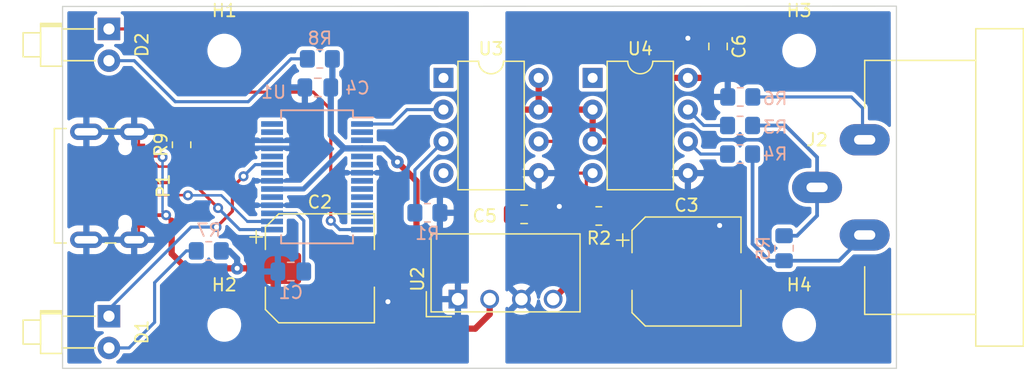
<source format=kicad_pcb>
(kicad_pcb (version 20241229) (generator "pcbnew") (generator_version "9.0")
  (layers (0 "F.Cu" signal) (2 "B.Cu" signal) (13 "F.Paste" user) (15 "B.Paste" user) (5 "F.SilkS" user "F.Silkscreen") (7 "B.SilkS" user "B.Silkscreen") (1 "F.Mask" user) (3 "B.Mask" user) (25 "Edge.Cuts" user))
  (net 0 "")
  (net 1 "GND")
  (net 2 "Net-(U1-3V3OUT)")
  (net 3 "VCC")
  (net 4 "VDD")
  (net 5 "GND2")
  (net 6 "Net-(D1-K)")
  (net 7 "Net-(D1-A)")
  (net 8 "Net-(D2-K)")
  (net 9 "Net-(D2-A)")
  (net 10 "Net-(P1-D-)")
  (net 11 "Net-(P1-CC)")
  (net 12 "Net-(P1-D+)")
  (net 13 "Net-(J2-Pad1)")
  (net 14 "Net-(J2-Pad2)")
  (net 15 "Net-(J2-Pad3)")
  (net 16 "Net-(U3-C)")
  (net 17 "Net-(U3-VO)")
  (net 18 "Net-(U4-B)")
  (net 19 "Net-(U4-A)")
  (net 20 "Net-(U1-TXD)")
  (footprint "Resistor_SMD:R_0805_2012Metric_Pad1.20x1.40mm_HandSolder" (layer "F.Cu") (at 100.584 81.804 90)
    (property "Reference" "R9" (at 0 -1.65 90) (layer "F.SilkS"))
    (property "Value" "5.1k")
    (fp_line (start -0.227064 -0.735) (end 0.227064 -0.735) (stroke (width 0.12)) (layer "F.SilkS"))
    (fp_line (start -0.227064 0.735) (end 0.227064 0.735) (stroke (width 0.12)) (layer "F.SilkS"))
    (pad "1" smd roundrect (at -1 0 90) (size 1.2 1.4) (layers "F.Cu" "F.Mask" "F.Paste") (roundrect_rratio 0.208333) (net 11 "Net-(P1-CC)"))
    (pad "2" smd roundrect (at 1 0 90) (size 1.2 1.4) (layers "F.Cu" "F.Mask" "F.Paste") (roundrect_rratio 0.208333) (net 1 "GND"))
  )
  (footprint "Converter_DCDC:Converter_DCDC_TRACO_TEA1-xxxx_THT" (layer "F.Cu") (at 122.6975 94.1595 90)
    (property "Reference" "U2" (at 1.6 -3.23 90) (layer "F.SilkS"))
    (property "Value" "TEA1-0505")
    (fp_line (start -1.4 -2.53) (end 0.6 -2.53) (stroke (width 0.12)) (layer "F.SilkS"))
    (fp_line (start 5.22 -2.15) (end 5.22 9.77) (stroke (width 0.12)) (layer "F.SilkS"))
    (fp_line (start -1.02 -2.15) (end 5.22 -2.15) (stroke (width 0.12)) (layer "F.SilkS"))
    (fp_line (start -1.02 -2.15) (end -1.02 9.77) (stroke (width 0.12)) (layer "F.SilkS"))
    (fp_line (start -1.4 -0.53) (end -1.4 -2.53) (stroke (width 0.12)) (layer "F.SilkS"))
    (fp_line (start -1.02 9.77) (end 5.22 9.77) (stroke (width 0.12)) (layer "F.SilkS"))
    (pad "1" thru_hole rect (at 0 0 90) (size 1.5 1.5) (drill 1) (layers "*.Cu" "*.Mask") (net 1 "GND"))
    (pad "2" thru_hole circle (at 0 2.54 90) (size 1.5 1.5) (drill 1) (layers "*.Cu" "*.Mask") (net 3 "VCC"))
    (pad "3" thru_hole circle (at 0 5.08 90) (size 1.5 1.5) (drill 1) (layers "*.Cu" "*.Mask") (net 5 "GND2"))
    (pad "4" thru_hole circle (at 0 7.62 90) (size 1.5 1.5) (drill 1) (layers "*.Cu" "*.Mask") (net 4 "VDD"))
  )
  (footprint "Capacitor_SMD:CP_Elec_8x10.5" (layer "F.Cu") (at 111.65 91.694)
    (property "Reference" "C2" (at 0 -5.3 0) (layer "F.SilkS"))
    (property "Value" "100uF")
    (fp_line (start -5.6 -2.51) (end -4.6 -2.51) (stroke (width 0.12)) (layer "F.SilkS"))
    (fp_line (start -5.1 -3.01) (end -5.1 -2.01) (stroke (width 0.12)) (layer "F.SilkS"))
    (fp_line (start -4.36 -3.295563) (end -4.36 -1.51) (stroke (width 0.12)) (layer "F.SilkS"))
    (fp_line (start -4.36 -3.295563) (end -3.295563 -4.36) (stroke (width 0.12)) (layer "F.SilkS"))
    (fp_line (start -4.36 3.295563) (end -4.36 1.51) (stroke (width 0.12)) (layer "F.SilkS"))
    (fp_line (start -4.36 3.295563) (end -3.295563 4.36) (stroke (width 0.12)) (layer "F.SilkS"))
    (fp_line (start -3.295563 -4.36) (end 4.36 -4.36) (stroke (width 0.12)) (layer "F.SilkS"))
    (fp_line (start -3.295563 4.36) (end 4.36 4.36) (stroke (width 0.12)) (layer "F.SilkS"))
    (fp_line (start 4.36 -4.36) (end 4.36 -1.51) (stroke (width 0.12)) (layer "F.SilkS"))
    (fp_line (start 4.36 4.36) (end 4.36 1.51) (stroke (width 0.12)) (layer "F.SilkS"))
    (pad "1" smd roundrect (at -3.7 0) (size 4.4 2.5) (layers "F.Cu" "F.Mask" "F.Paste") (roundrect_rratio 0.1) (net 3 "VCC"))
    (pad "2" smd roundrect (at 3.7 0) (size 4.4 2.5) (layers "F.Cu" "F.Mask" "F.Paste") (roundrect_rratio 0.1) (net 1 "GND"))
  )
  (footprint "Resistor_SMD:R_0805_2012Metric_Pad1.20x1.40mm_HandSolder" (layer "F.Cu") (at 133.969 87.503 180)
    (property "Reference" "R2" (at -0.016 -1.778 0) (layer "F.SilkS"))
    (property "Value" "10K")
    (fp_line (start -0.227064 0.735) (end 0.227064 0.735) (stroke (width 0.12)) (layer "F.SilkS"))
    (fp_line (start -0.227064 -0.735) (end 0.227064 -0.735) (stroke (width 0.12)) (layer "F.SilkS"))
    (pad "1" smd roundrect (at -1 0 180) (size 1.2 1.4) (layers "F.Cu" "F.Mask" "F.Paste") (roundrect_rratio 0.2083333333) (net 4 "VDD"))
    (pad "2" smd roundrect (at 1 0 180) (size 1.2 1.4) (layers "F.Cu" "F.Mask" "F.Paste") (roundrect_rratio 0.2083333333) (net 17 "Net-(U3-VO)"))
  )
  (footprint "LED_THT:LED_D1.8mm_W1.8mm_H2.4mm_Horizontal_O3.81mm_Z1.6mm" (layer "F.Cu") (at 94.771 72.537 -90)
    (property "Reference" "D2" (at 1.27 -2.638 270) (layer "F.SilkS"))
    (property "Value" "LED")
    (fp_line (start 0.31 6.87) (end 2.23 6.87) (stroke (width 0.12)) (layer "F.SilkS"))
    (fp_line (start 2.23 6.87) (end 2.23 5.47) (stroke (width 0.12)) (layer "F.SilkS"))
    (fp_line (start -0.44 5.47) (end 2.98 5.47) (stroke (width 0.12)) (layer "F.SilkS"))
    (fp_line (start 0.31 5.47) (end 0.31 6.87) (stroke (width 0.12)) (layer "F.SilkS"))
    (fp_line (start 2.23 5.47) (end 0.31 5.47) (stroke (width 0.12)) (layer "F.SilkS"))
    (fp_line (start 2.98 5.47) (end 2.98 3.75) (stroke (width 0.12)) (layer "F.SilkS"))
    (fp_line (start -0.44 3.75) (end -0.44 5.47) (stroke (width 0.12)) (layer "F.SilkS"))
    (fp_line (start -0.32 3.75) (end -0.32 5.47) (stroke (width 0.12)) (layer "F.SilkS"))
    (fp_line (start -0.2 3.75) (end -0.2 5.47) (stroke (width 0.12)) (layer "F.SilkS"))
    (fp_line (start 0 3.75) (end 0 3.75) (stroke (width 0.12)) (layer "F.SilkS"))
    (fp_line (start 0 3.75) (end 0 1.08) (stroke (width 0.12)) (layer "F.SilkS"))
    (fp_line (start 2.54 3.75) (end 2.54 3.75) (stroke (width 0.12)) (layer "F.SilkS"))
    (fp_line (start 2.54 3.75) (end 2.54 1.08) (stroke (width 0.12)) (layer "F.SilkS"))
    (fp_line (start 2.98 3.75) (end -0.44 3.75) (stroke (width 0.12)) (layer "F.SilkS"))
    (fp_line (start 0 1.08) (end 0 3.75) (stroke (width 0.12)) (layer "F.SilkS"))
    (fp_line (start 0 1.08) (end 0 1.08) (stroke (width 0.12)) (layer "F.SilkS"))
    (fp_line (start 2.54 1.08) (end 2.54 3.75) (stroke (width 0.12)) (layer "F.SilkS"))
    (fp_line (start 2.54 1.08) (end 2.54 1.08) (stroke (width 0.12)) (layer "F.SilkS"))
    (pad "1" thru_hole rect (at 0 0 270) (size 1.8 1.8) (drill 0.9) (layers "*.Cu" "*.Mask") (net 8 "Net-(D2-K)"))
    (pad "2" thru_hole circle (at 2.54 0 270) (size 1.8 1.8) (drill 0.9) (layers "*.Cu" "*.Mask") (net 9 "Net-(D2-A)"))
  )
  (footprint "MountingHole:MountingHole_2.2mm_M2" (layer "F.Cu") (at 104 96.2152)
    (property "Reference" "H2" (at 0 -3.2 0) (layer "F.SilkS"))
    (property "Value" "MountingHole_Pad")
    (pad "" np_thru_hole circle (at 0 0) (size 2.2 2.2) (drill 2.2) (layers "*.Cu" "*.Mask"))
  )
  (footprint "MountingHole:MountingHole_2.2mm_M2" (layer "F.Cu") (at 150 74.2696)
    (property "Reference" "H3" (at 0 -3.2 0) (layer "F.SilkS"))
    (property "Value" "MountingHole_Pad")
    (pad "" np_thru_hole circle (at 0 0) (size 2.2 2.2) (drill 2.2) (layers "*.Cu" "*.Mask"))
  )
  (footprint "MountingHole:MountingHole_2.2mm_M2" (layer "F.Cu") (at 104 74.2696)
    (property "Reference" "H1" (at 0 -3.2 0) (layer "F.SilkS"))
    (property "Value" "MountingHole_Pad")
    (pad "" np_thru_hole circle (at 0 0) (size 2.2 2.2) (drill 2.2) (layers "*.Cu" "*.Mask"))
  )
  (footprint "MountingHole:MountingHole_2.2mm_M2" (layer "F.Cu") (at 150 96.2152)
    (property "Reference" "H4" (at 0 -3.2 0) (layer "F.SilkS"))
    (property "Value" "MountingHole_Pad")
    (pad "" np_thru_hole circle (at 0 0) (size 2.2 2.2) (drill 2.2) (layers "*.Cu" "*.Mask"))
  )
  (footprint "Package_DIP:DIP-8_W7.62mm" (layer "F.Cu") (at 121.539 76.454)
    (property "Reference" "U3" (at 3.81 -2.33 0) (layer "F.SilkS"))
    (property "Value" "6N137")
    (fp_line (start 1.16 -1.33) (end 1.16 8.95) (stroke (width 0.12)) (layer "F.SilkS"))
    (fp_line (start 1.16 8.95) (end 6.46 8.95) (stroke (width 0.12)) (layer "F.SilkS"))
    (fp_line (start 2.81 -1.33) (end 1.16 -1.33) (stroke (width 0.12)) (layer "F.SilkS"))
    (fp_line (start 6.46 -1.33) (end 4.81 -1.33) (stroke (width 0.12)) (layer "F.SilkS"))
    (fp_line (start 6.46 8.95) (end 6.46 -1.33) (stroke (width 0.12)) (layer "F.SilkS"))
    (fp_arc (start 4.81 -1.33) (mid 3.81 -0.33) (end 2.81 -1.33) (stroke (width 0.12)) (layer "F.SilkS"))
    (pad "1" thru_hole rect (at 0 0) (size 1.6 1.6) (drill 0.8) (layers "*.Cu" "*.Mask"))
    (pad "2" thru_hole oval (at 0 2.54) (size 1.6 1.6) (drill 0.8) (layers "*.Cu" "*.Mask") (net 20 "Net-(U1-TXD)"))
    (pad "3" thru_hole oval (at 0 5.08) (size 1.6 1.6) (drill 0.8) (layers "*.Cu" "*.Mask") (net 16 "Net-(U3-C)"))
    (pad "4" thru_hole oval (at 0 7.62) (size 1.6 1.6) (drill 0.8) (layers "*.Cu" "*.Mask"))
    (pad "5" thru_hole oval (at 7.62 7.62) (size 1.6 1.6) (drill 0.8) (layers "*.Cu" "*.Mask") (net 5 "GND2"))
    (pad "6" thru_hole oval (at 7.62 5.08) (size 1.6 1.6) (drill 0.8) (layers "*.Cu" "*.Mask") (net 17 "Net-(U3-VO)"))
    (pad "7" thru_hole oval (at 7.62 2.54) (size 1.6 1.6) (drill 0.8) (layers "*.Cu" "*.Mask") (net 4 "VDD"))
    (pad "8" thru_hole oval (at 7.62 0) (size 1.6 1.6) (drill 0.8) (layers "*.Cu" "*.Mask") (net 4 "VDD"))
  )
  (footprint "Capacitor_SMD:C_0805_2012Metric_Pad1.18x1.45mm_HandSolder" (layer "F.Cu") (at 127.9945 87.376 180)
    (property "Reference" "C5" (at 3.1535 -0.127 0) (layer "F.SilkS"))
    (property "Value" "10nF")
    (fp_line (start -0.261252 0.735) (end 0.261252 0.735) (stroke (width 0.12)) (layer "F.SilkS"))
    (fp_line (start -0.261252 -0.735) (end 0.261252 -0.735) (stroke (width 0.12)) (layer "F.SilkS"))
    (pad "1" smd roundrect (at -1.0375 0 180) (size 1.175 1.45) (layers "F.Cu" "F.Mask" "F.Paste") (roundrect_rratio 0.2127659574) (net 5 "GND2"))
    (pad "2" smd roundrect (at 1.0375 0 180) (size 1.175 1.45) (layers "F.Cu" "F.Mask" "F.Paste") (roundrect_rratio 0.2127659574) (net 4 "VDD"))
  )
  (footprint "LED_THT:LED_D1.8mm_W1.8mm_H2.4mm_Horizontal_O3.81mm_Z1.6mm" (layer "F.Cu") (at 94.771 95.524 -90)
    (property "Reference" "D1" (at 1.27 -2.638 270) (layer "F.SilkS"))
    (property "Value" "LED")
    (fp_line (start 0.31 6.87) (end 2.23 6.87) (stroke (width 0.12)) (layer "F.SilkS"))
    (fp_line (start 2.23 6.87) (end 2.23 5.47) (stroke (width 0.12)) (layer "F.SilkS"))
    (fp_line (start -0.44 5.47) (end 2.98 5.47) (stroke (width 0.12)) (layer "F.SilkS"))
    (fp_line (start 0.31 5.47) (end 0.31 6.87) (stroke (width 0.12)) (layer "F.SilkS"))
    (fp_line (start 2.23 5.47) (end 0.31 5.47) (stroke (width 0.12)) (layer "F.SilkS"))
    (fp_line (start 2.98 5.47) (end 2.98 3.75) (stroke (width 0.12)) (layer "F.SilkS"))
    (fp_line (start -0.44 3.75) (end -0.44 5.47) (stroke (width 0.12)) (layer "F.SilkS"))
    (fp_line (start -0.32 3.75) (end -0.32 5.47) (stroke (width 0.12)) (layer "F.SilkS"))
    (fp_line (start -0.2 3.75) (end -0.2 5.47) (stroke (width 0.12)) (layer "F.SilkS"))
    (fp_line (start 0 3.75) (end 0 3.75) (stroke (width 0.12)) (layer "F.SilkS"))
    (fp_line (start 0 3.75) (end 0 1.08) (stroke (width 0.12)) (layer "F.SilkS"))
    (fp_line (start 2.54 3.75) (end 2.54 3.75) (stroke (width 0.12)) (layer "F.SilkS"))
    (fp_line (start 2.54 3.75) (end 2.54 1.08) (stroke (width 0.12)) (layer "F.SilkS"))
    (fp_line (start 2.98 3.75) (end -0.44 3.75) (stroke (width 0.12)) (layer "F.SilkS"))
    (fp_line (start 0 1.08) (end 0 3.75) (stroke (width 0.12)) (layer "F.SilkS"))
    (fp_line (start 0 1.08) (end 0 1.08) (stroke (width 0.12)) (layer "F.SilkS"))
    (fp_line (start 2.54 1.08) (end 2.54 3.75) (stroke (width 0.12)) (layer "F.SilkS"))
    (fp_line (start 2.54 1.08) (end 2.54 1.08) (stroke (width 0.12)) (layer "F.SilkS"))
    (pad "1" thru_hole rect (at 0 0 270) (size 1.8 1.8) (drill 0.9) (layers "*.Cu" "*.Mask") (net 6 "Net-(D1-K)"))
    (pad "2" thru_hole circle (at 2.54 0 270) (size 1.8 1.8) (drill 0.9) (layers "*.Cu" "*.Mask") (net 7 "Net-(D1-A)"))
  )
  (footprint "Capacitor_SMD:C_0805_2012Metric_Pad1.18x1.45mm_HandSolder" (layer "F.Cu") (at 143.51 73.9355 -90)
    (property "Reference" "C6" (at 0 -1.68 90) (layer "F.SilkS"))
    (property "Value" "10nF")
    (fp_line (start -0.261252 0.735) (end 0.261252 0.735) (stroke (width 0.12)) (layer "F.SilkS"))
    (fp_line (start -0.261252 -0.735) (end 0.261252 -0.735) (stroke (width 0.12)) (layer "F.SilkS"))
    (pad "1" smd roundrect (at -1.0375 0 270) (size 1.175 1.45) (layers "F.Cu" "F.Mask" "F.Paste") (roundrect_rratio 0.2127659574) (net 5 "GND2"))
    (pad "2" smd roundrect (at 1.0375 0 270) (size 1.175 1.45) (layers "F.Cu" "F.Mask" "F.Paste") (roundrect_rratio 0.2127659574) (net 4 "VDD"))
  )
  (footprint "Connector_USB:USB_C_Receptacle_JAE_DX07S016JA1R1500" (layer "F.Cu") (at 94.114 85.088 -90)
    (property "Reference" "P1" (at 0 -5 90) (layer "F.SilkS"))
    (property "Value" "USB_C_Plug_USB2.0")
    (fp_line (start -4.58 3.71) (end 4.58 3.71) (stroke (width 0.12)) (layer "F.SilkS"))
    (fp_line (start -4.58 2.76) (end -4.58 3.71) (stroke (width 0.12)) (layer "F.SilkS"))
    (fp_line (start 4.58 2.76) (end 4.58 3.71) (stroke (width 0.12)) (layer "F.SilkS"))
    (fp_line (start -4.58 -1.215) (end -4.58 -0.36) (stroke (width 0.12)) (layer "F.SilkS"))
    (fp_line (start 4.58 -1.215) (end 4.58 -0.36) (stroke (width 0.12)) (layer "F.SilkS"))
    (pad "" np_thru_hole circle (at -3 -1.95 270) (size 0.6 0.6) (drill 0.6) (layers "*.Cu" "*.Mask"))
    (pad "" smd rect (at -1.4 1.15 270) (size 1 2) (layers "F.Cu" "F.Mask" "F.Paste"))
    (pad "" smd rect (at 1.4 1.15 270) (size 1 2) (layers "F.Cu" "F.Mask" "F.Paste"))
    (pad "" np_thru_hole oval (at 3 -1.95 270) (size 0.85 0.6) (drill oval 0.85 0.6) (layers "*.Cu" "*.Mask"))
    (pad "A1" smd rect (at -3.1 -3.05 270) (size 0.52 1) (layers "F.Cu" "F.Mask" "F.Paste") (net 1 "GND"))
    (pad "A4" smd rect (at -2.35 -3.05 270) (size 0.52 1) (layers "F.Cu" "F.Mask" "F.Paste") (net 3 "VCC"))
    (pad "A5" smd rect (at -1.75 -3.05 270) (size 0.27 1) (layers "F.Cu" "F.Mask" "F.Paste") (net 11 "Net-(P1-CC)"))
    (pad "A6" smd rect (at -0.25 -3.05 270) (size 0.27 1) (layers "F.Cu" "F.Mask" "F.Paste") (net 12 "Net-(P1-D+)"))
    (pad "A7" smd rect (at 0.75 -3.05 270) (size 0.27 1) (layers "F.Cu" "F.Mask" "F.Paste") (net 10 "Net-(P1-D-)"))
    (pad "A8" smd rect (at 1.75 -3.05 270) (size 0.27 1) (layers "F.Cu" "F.Mask" "F.Paste"))
    (pad "A9" smd rect (at 2.35 -3.05 270) (size 0.52 1) (layers "F.Cu" "F.Mask" "F.Paste") (net 3 "VCC"))
    (pad "A12" smd rect (at 3.1 -3.05 270) (size 0.52 1) (layers "F.Cu" "F.Mask" "F.Paste") (net 1 "GND"))
    (pad "B1" smd rect (at 3.1 -3.05 270) (size 0.52 1) (layers "F.Cu" "F.Mask" "F.Paste") (net 1 "GND"))
    (pad "B4" smd rect (at 2.35 -3.05 270) (size 0.52 1) (layers "F.Cu" "F.Mask" "F.Paste") (net 3 "VCC"))
    (pad "B5" smd rect (at 1.25 -3.05 270) (size 0.27 1) (layers "F.Cu" "F.Mask" "F.Paste"))
    (pad "B6" smd rect (at 0.25 -3.05 270) (size 0.27 1) (layers "F.Cu" "F.Mask" "F.Paste"))
    (pad "B7" smd rect (at -0.75 -3.05 270) (size 0.27 1) (layers "F.Cu" "F.Mask" "F.Paste"))
    (pad "B8" smd rect (at -1.25 -3.05 270) (size 0.27 1) (layers "F.Cu" "F.Mask" "F.Paste"))
    (pad "B9" smd rect (at -2.35 -3.05 270) (size 0.52 1) (layers "F.Cu" "F.Mask" "F.Paste") (net 3 "VCC"))
    (pad "B12" smd rect (at -3.1 -3.05 270) (size 0.52 1) (layers "F.Cu" "F.Mask" "F.Paste") (net 1 "GND"))
    (pad "S1" thru_hole oval (at -4.32 -2.675 270) (size 1.3 2.3) (drill oval 0.6 1.6) (property pad_prop_heatsink) (layers "*.Cu" "*.Mask") (net 1 "GND"))
    (pad "S1" thru_hole oval (at -4.32 1.15 270) (size 1.3 2.6) (drill oval 0.6 1.9) (property pad_prop_heatsink) (layers "*.Cu" "*.Mask") (net 1 "GND"))
    (pad "S1" thru_hole oval (at 4.32 -2.675 270) (size 1.3 2.3) (drill oval 0.6 1.6) (property pad_prop_heatsink) (layers "*.Cu" "*.Mask") (net 1 "GND"))
    (pad "S1" thru_hole oval (at 4.32 1.15 270) (size 1.3 2.6) (drill oval 0.6 1.9) (property pad_prop_heatsink) (layers "*.Cu" "*.Mask") (net 1 "GND"))
  )
  (footprint "Package_DIP:DIP-8_W7.62mm" (layer "F.Cu") (at 133.477 76.454)
    (property "Reference" "U4" (at 3.81 -2.33 0) (layer "F.SilkS"))
    (property "Value" "MAX485E")
    (fp_line (start 1.16 -1.33) (end 1.16 8.95) (stroke (width 0.12)) (layer "F.SilkS"))
    (fp_line (start 1.16 8.95) (end 6.46 8.95) (stroke (width 0.12)) (layer "F.SilkS"))
    (fp_line (start 2.81 -1.33) (end 1.16 -1.33) (stroke (width 0.12)) (layer "F.SilkS"))
    (fp_line (start 6.46 -1.33) (end 4.81 -1.33) (stroke (width 0.12)) (layer "F.SilkS"))
    (fp_line (start 6.46 8.95) (end 6.46 -1.33) (stroke (width 0.12)) (layer "F.SilkS"))
    (fp_arc (start 4.81 -1.33) (mid 3.81 -0.33) (end 2.81 -1.33) (stroke (width 0.12)) (layer "F.SilkS"))
    (pad "1" thru_hole rect (at 0 0) (size 1.6 1.6) (drill 0.8) (layers "*.Cu" "*.Mask"))
    (pad "2" thru_hole oval (at 0 2.54) (size 1.6 1.6) (drill 0.8) (layers "*.Cu" "*.Mask") (net 4 "VDD"))
    (pad "3" thru_hole oval (at 0 5.08) (size 1.6 1.6) (drill 0.8) (layers "*.Cu" "*.Mask") (net 4 "VDD"))
    (pad "4" thru_hole oval (at 0 7.62) (size 1.6 1.6) (drill 0.8) (layers "*.Cu" "*.Mask") (net 17 "Net-(U3-VO)"))
    (pad "5" thru_hole oval (at 7.62 7.62) (size 1.6 1.6) (drill 0.8) (layers "*.Cu" "*.Mask") (net 5 "GND2"))
    (pad "6" thru_hole oval (at 7.62 5.08) (size 1.6 1.6) (drill 0.8) (layers "*.Cu" "*.Mask") (net 19 "Net-(U4-A)"))
    (pad "7" thru_hole oval (at 7.62 2.54) (size 1.6 1.6) (drill 0.8) (layers "*.Cu" "*.Mask") (net 18 "Net-(U4-B)"))
    (pad "8" thru_hole oval (at 7.62 0) (size 1.6 1.6) (drill 0.8) (layers "*.Cu" "*.Mask") (net 4 "VDD"))
  )
  (footprint "Uncleeugene:XLR 3pin Female Angle" (layer "F.Cu") (at 151.4348 85.217)
    (property "Reference" "J2" (at 0 -3.81 0) (layer "F.SilkS"))
    (property "Value" "NC3MAFH-PH")
    (fp_line (start 3.81 -10.16) (end 3.81 -6.35) (stroke (width 0.12)) (layer "F.SilkS"))
    (fp_line (start 3.81 10.16) (end 3.81 6.35) (stroke (width 0.12)) (layer "F.SilkS"))
    (fp_line (start 12.7 -12.7) (end 16.51 -12.7) (stroke (width 0.12)) (layer "F.SilkS"))
    (fp_line (start 12.7 -10.16) (end 3.81 -10.16) (stroke (width 0.12)) (layer "F.SilkS"))
    (fp_line (start 12.7 10.16) (end 3.81 10.16) (stroke (width 0.12)) (layer "F.SilkS"))
    (fp_line (start 12.7 12.7) (end 12.7 -12.7) (stroke (width 0.12)) (layer "F.SilkS"))
    (fp_line (start 16.51 -12.7) (end 16.51 12.7) (stroke (width 0.12)) (layer "F.SilkS"))
    (fp_line (start 16.51 12.7) (end 12.7 12.7) (stroke (width 0.12)) (layer "F.SilkS"))
    (pad "1" thru_hole oval (at 3.81 -3.81) (size 4 2.5) (drill oval 1.7 0.762) (layers "*.Cu" "*.Mask") (net 13 "Net-(J2-Pad1)"))
    (pad "2" thru_hole oval (at 3.81 3.81) (size 4 2.5) (drill oval 1.7 0.762) (layers "*.Cu" "*.Mask") (net 14 "Net-(J2-Pad2)"))
    (pad "3" thru_hole oval (at 0 0) (size 4 2.5) (drill oval 1.7 0.762) (layers "*.Cu" "*.Mask") (net 15 "Net-(J2-Pad3)"))
  )
  (footprint "Capacitor_SMD:CP_Elec_8x10.5" (layer "F.Cu") (at 140.987 91.948)
    (property "Reference" "C3" (at 0 -5.3 0) (layer "F.SilkS"))
    (property "Value" "100uF")
    (fp_line (start -5.6 -2.51) (end -4.6 -2.51) (stroke (width 0.12)) (layer "F.SilkS"))
    (fp_line (start -5.1 -3.01) (end -5.1 -2.01) (stroke (width 0.12)) (layer "F.SilkS"))
    (fp_line (start -4.36 -3.295563) (end -4.36 -1.51) (stroke (width 0.12)) (layer "F.SilkS"))
    (fp_line (start -4.36 -3.295563) (end -3.295563 -4.36) (stroke (width 0.12)) (layer "F.SilkS"))
    (fp_line (start -4.36 3.295563) (end -4.36 1.51) (stroke (width 0.12)) (layer "F.SilkS"))
    (fp_line (start -4.36 3.295563) (end -3.295563 4.36) (stroke (width 0.12)) (layer "F.SilkS"))
    (fp_line (start -3.295563 -4.36) (end 4.36 -4.36) (stroke (width 0.12)) (layer "F.SilkS"))
    (fp_line (start -3.295563 4.36) (end 4.36 4.36) (stroke (width 0.12)) (layer "F.SilkS"))
    (fp_line (start 4.36 -4.36) (end 4.36 -1.51) (stroke (width 0.12)) (layer "F.SilkS"))
    (fp_line (start 4.36 4.36) (end 4.36 1.51) (stroke (width 0.12)) (layer "F.SilkS"))
    (pad "1" smd roundrect (at -3.7 0) (size 4.4 2.5) (layers "F.Cu" "F.Mask" "F.Paste") (roundrect_rratio 0.1) (net 4 "VDD"))
    (pad "2" smd roundrect (at 3.7 0) (size 4.4 2.5) (layers "F.Cu" "F.Mask" "F.Paste") (roundrect_rratio 0.1) (net 5 "GND2"))
  )
  (footprint "Package_SO:SSOP-28_5.3x10.2mm_P0.65mm" (layer "B.Cu") (at 111.423 84.369 180)
    (property "Reference" "U1" (at 3.473 6.772 0) (layer "B.SilkS") (effects (justify mirror)))
    (property "Value" "FT232RL")
    (fp_line (start 2.875 5.325) (end 2.875 4.675) (stroke (width 0.15)) (layer "B.SilkS"))
    (fp_line (start 2.875 -5.325) (end 2.875 -4.675) (stroke (width 0.15)) (layer "B.SilkS"))
    (fp_line (start -2.875 5.325) (end 2.875 5.325) (stroke (width 0.15)) (layer "B.SilkS"))
    (fp_line (start -2.875 5.325) (end -2.875 4.75) (stroke (width 0.15)) (layer "B.SilkS"))
    (fp_line (start -2.875 4.75) (end -4.475 4.75) (stroke (width 0.15)) (layer "B.SilkS"))
    (fp_line (start -2.875 -5.325) (end 2.875 -5.325) (stroke (width 0.15)) (layer "B.SilkS"))
    (fp_line (start -2.875 -5.325) (end -2.875 -4.675) (stroke (width 0.15)) (layer "B.SilkS"))
    (pad "1" smd rect (at -3.6 4.225 180) (size 1.75 0.45) (layers "B.Cu" "B.Mask" "B.Paste") (net 20 "Net-(U1-TXD)"))
    (pad "2" smd rect (at -3.6 3.575 180) (size 1.75 0.45) (layers "B.Cu" "B.Mask" "B.Paste"))
    (pad "3" smd rect (at -3.6 2.925 180) (size 1.75 0.45) (layers "B.Cu" "B.Mask" "B.Paste"))
    (pad "4" smd rect (at -3.6 2.275 180) (size 1.75 0.45) (layers "B.Cu" "B.Mask" "B.Paste") (net 3 "VCC"))
    (pad "5" smd rect (at -3.6 1.625 180) (size 1.75 0.45) (layers "B.Cu" "B.Mask" "B.Paste"))
    (pad "6" smd rect (at -3.6 0.975 180) (size 1.75 0.45) (layers "B.Cu" "B.Mask" "B.Paste"))
    (pad "7" smd rect (at -3.6 0.325 180) (size 1.75 0.45) (layers "B.Cu" "B.Mask" "B.Paste") (net 1 "GND"))
    (pad "8" smd rect (at -3.6 -0.325 180) (size 1.75 0.45) (layers "B.Cu" "B.Mask" "B.Paste"))
    (pad "9" smd rect (at -3.6 -0.975 180) (size 1.75 0.45) (layers "B.Cu" "B.Mask" "B.Paste"))
    (pad "10" smd rect (at -3.6 -1.625 180) (size 1.75 0.45) (layers "B.Cu" "B.Mask" "B.Paste"))
    (pad "11" smd rect (at -3.6 -2.275 180) (size 1.75 0.45) (layers "B.Cu" "B.Mask" "B.Paste"))
    (pad "12" smd rect (at -3.6 -2.925 180) (size 1.75 0.45) (layers "B.Cu" "B.Mask" "B.Paste"))
    (pad "13" smd rect (at -3.6 -3.575 180) (size 1.75 0.45) (layers "B.Cu" "B.Mask" "B.Paste"))
    (pad "14" smd rect (at -3.6 -4.225 180) (size 1.75 0.45) (layers "B.Cu" "B.Mask" "B.Paste") (net 8 "Net-(D2-K)"))
    (pad "15" smd rect (at 3.6 -4.225 180) (size 1.75 0.45) (layers "B.Cu" "B.Mask" "B.Paste") (net 12 "Net-(P1-D+)"))
    (pad "16" smd rect (at 3.6 -3.575 180) (size 1.75 0.45) (layers "B.Cu" "B.Mask" "B.Paste") (net 10 "Net-(P1-D-)"))
    (pad "17" smd rect (at 3.6 -2.925 180) (size 1.75 0.45) (layers "B.Cu" "B.Mask" "B.Paste") (net 2 "Net-(U1-3V3OUT)"))
    (pad "18" smd rect (at 3.6 -2.275 180) (size 1.75 0.45) (layers "B.Cu" "B.Mask" "B.Paste") (net 1 "GND"))
    (pad "19" smd rect (at 3.6 -1.625 180) (size 1.75 0.45) (layers "B.Cu" "B.Mask" "B.Paste"))
    (pad "20" smd rect (at 3.6 -0.975 180) (size 1.75 0.45) (layers "B.Cu" "B.Mask" "B.Paste") (net 3 "VCC"))
    (pad "21" smd rect (at 3.6 -0.325 180) (size 1.75 0.45) (layers "B.Cu" "B.Mask" "B.Paste") (net 1 "GND"))
    (pad "22" smd rect (at 3.6 0.325 180) (size 1.75 0.45) (layers "B.Cu" "B.Mask" "B.Paste"))
    (pad "23" smd rect (at 3.6 0.975 180) (size 1.75 0.45) (layers "B.Cu" "B.Mask" "B.Paste") (net 6 "Net-(D1-K)"))
    (pad "24" smd rect (at 3.6 1.625 180) (size 1.75 0.45) (layers "B.Cu" "B.Mask" "B.Paste"))
    (pad "25" smd rect (at 3.6 2.275 180) (size 1.75 0.45) (layers "B.Cu" "B.Mask" "B.Paste") (net 1 "GND"))
    (pad "26" smd rect (at 3.6 2.925 180) (size 1.75 0.45) (layers "B.Cu" "B.Mask" "B.Paste") (net 1 "GND"))
    (pad "27" smd rect (at 3.6 3.575 180) (size 1.75 0.45) (layers "B.Cu" "B.Mask" "B.Paste"))
    (pad "28" smd rect (at 3.6 4.225 180) (size 1.75 0.45) (layers "B.Cu" "B.Mask" "B.Paste"))
  )
  (footprint "Capacitor_SMD:C_0805_2012Metric_Pad1.18x1.45mm_HandSolder" (layer "B.Cu") (at 109.3255 91.948)
    (property "Reference" "C1" (at 0 1.68 0) (layer "B.SilkS") (effects (justify mirror)))
    (property "Value" "100nF")
    (fp_line (start -0.261252 -0.735) (end 0.261252 -0.735) (stroke (width 0.12)) (layer "B.SilkS"))
    (fp_line (start -0.261252 0.735) (end 0.261252 0.735) (stroke (width 0.12)) (layer "B.SilkS"))
    (pad "1" smd roundrect (at -1.0375 0) (size 1.175 1.45) (layers "B.Cu" "B.Mask" "B.Paste") (roundrect_rratio 0.2127659574) (net 1 "GND"))
    (pad "2" smd roundrect (at 1.0375 0) (size 1.175 1.45) (layers "B.Cu" "B.Mask" "B.Paste") (roundrect_rratio 0.2127659574) (net 2 "Net-(U1-3V3OUT)"))
  )
  (footprint "Resistor_SMD:R_0805_2012Metric_Pad1.20x1.40mm_HandSolder" (layer "B.Cu") (at 120.253 87.249)
    (property "Reference" "R1" (at 0 1.65 0) (layer "B.SilkS") (effects (justify mirror)))
    (property "Value" "1K")
    (fp_line (start -0.227064 -0.735) (end 0.227064 -0.735) (stroke (width 0.12)) (layer "B.SilkS"))
    (fp_line (start -0.227064 0.735) (end 0.227064 0.735) (stroke (width 0.12)) (layer "B.SilkS"))
    (pad "1" smd roundrect (at -1 0) (size 1.2 1.4) (layers "B.Cu" "B.Mask" "B.Paste") (roundrect_rratio 0.2083333333) (net 16 "Net-(U3-C)"))
    (pad "2" smd roundrect (at 1 0) (size 1.2 1.4) (layers "B.Cu" "B.Mask" "B.Paste") (roundrect_rratio 0.2083333333) (net 1 "GND"))
  )
  (footprint "Resistor_SMD:R_0805_2012Metric_Pad1.20x1.40mm_HandSolder" (layer "B.Cu") (at 102.759 90.297 180)
    (property "Reference" "R7" (at 0 1.65 0) (layer "B.SilkS") (effects (justify mirror)))
    (property "Value" "220")
    (fp_line (start -0.227064 0.735) (end 0.227064 0.735) (stroke (width 0.12)) (layer "B.SilkS"))
    (fp_line (start -0.227064 -0.735) (end 0.227064 -0.735) (stroke (width 0.12)) (layer "B.SilkS"))
    (pad "1" smd roundrect (at -1 0 180) (size 1.2 1.4) (layers "B.Cu" "B.Mask" "B.Paste") (roundrect_rratio 0.2083333333) (net 3 "VCC"))
    (pad "2" smd roundrect (at 1 0 180) (size 1.2 1.4) (layers "B.Cu" "B.Mask" "B.Paste") (roundrect_rratio 0.2083333333) (net 7 "Net-(D1-A)"))
  )
  (footprint "Resistor_SMD:R_0805_2012Metric_Pad1.20x1.40mm_HandSolder" (layer "B.Cu") (at 145.272 82.55)
    (property "Reference" "R4" (at 2.81 0 0) (layer "B.SilkS") (effects (justify mirror)))
    (property "Value" "10")
    (fp_line (start -0.227064 -0.735) (end 0.227064 -0.735) (stroke (width 0.12)) (layer "B.SilkS"))
    (fp_line (start -0.227064 0.735) (end 0.227064 0.735) (stroke (width 0.12)) (layer "B.SilkS"))
    (pad "1" smd roundrect (at -1 0) (size 1.2 1.4) (layers "B.Cu" "B.Mask" "B.Paste") (roundrect_rratio 0.2083333333) (net 19 "Net-(U4-A)"))
    (pad "2" smd roundrect (at 1 0) (size 1.2 1.4) (layers "B.Cu" "B.Mask" "B.Paste") (roundrect_rratio 0.2083333333) (net 14 "Net-(J2-Pad2)"))
  )
  (footprint "Resistor_SMD:R_0805_2012Metric_Pad1.20x1.40mm_HandSolder" (layer "B.Cu") (at 148.7932 90.0844 -90)
    (property "Reference" "R5" (at 0 1.65 90) (layer "B.SilkS") (effects (justify mirror)))
    (property "Value" "120")
    (fp_line (start -0.227064 0.735) (end 0.227064 0.735) (stroke (width 0.12)) (layer "B.SilkS"))
    (fp_line (start -0.227064 -0.735) (end 0.227064 -0.735) (stroke (width 0.12)) (layer "B.SilkS"))
    (pad "1" smd roundrect (at -1 0 270) (size 1.2 1.4) (layers "B.Cu" "B.Mask" "B.Paste") (roundrect_rratio 0.2083333333) (net 15 "Net-(J2-Pad3)"))
    (pad "2" smd roundrect (at 1 0 270) (size 1.2 1.4) (layers "B.Cu" "B.Mask" "B.Paste") (roundrect_rratio 0.2083333333) (net 14 "Net-(J2-Pad2)"))
  )
  (footprint "Resistor_SMD:R_0805_2012Metric_Pad1.20x1.40mm_HandSolder" (layer "B.Cu") (at 145.272 80.264)
    (property "Reference" "R3" (at 2.81 0.127 0) (layer "B.SilkS") (effects (justify mirror)))
    (property "Value" "10")
    (fp_line (start -0.227064 -0.735) (end 0.227064 -0.735) (stroke (width 0.12)) (layer "B.SilkS"))
    (fp_line (start -0.227064 0.735) (end 0.227064 0.735) (stroke (width 0.12)) (layer "B.SilkS"))
    (pad "1" smd roundrect (at -1 0) (size 1.2 1.4) (layers "B.Cu" "B.Mask" "B.Paste") (roundrect_rratio 0.2083333333) (net 18 "Net-(U4-B)"))
    (pad "2" smd roundrect (at 1 0) (size 1.2 1.4) (layers "B.Cu" "B.Mask" "B.Paste") (roundrect_rratio 0.2083333333) (net 15 "Net-(J2-Pad3)"))
  )
  (footprint "Capacitor_SMD:C_0805_2012Metric_Pad1.18x1.45mm_HandSolder" (layer "B.Cu") (at 111.4845 77.216)
    (property "Reference" "C4" (at 3.1711 0.0508 0) (layer "B.SilkS") (effects (justify mirror)))
    (property "Value" "10nF")
    (fp_line (start -0.261252 -0.735) (end 0.261252 -0.735) (stroke (width 0.12)) (layer "B.SilkS"))
    (fp_line (start -0.261252 0.735) (end 0.261252 0.735) (stroke (width 0.12)) (layer "B.SilkS"))
    (pad "1" smd roundrect (at -1.0375 0) (size 1.175 1.45) (layers "B.Cu" "B.Mask" "B.Paste") (roundrect_rratio 0.2127659574) (net 1 "GND"))
    (pad "2" smd roundrect (at 1.0375 0) (size 1.175 1.45) (layers "B.Cu" "B.Mask" "B.Paste") (roundrect_rratio 0.2127659574) (net 3 "VCC"))
  )
  (footprint "Resistor_SMD:R_0805_2012Metric_Pad1.20x1.40mm_HandSolder" (layer "B.Cu") (at 111.649 74.93 180)
    (property "Reference" "R8" (at 0 1.65 0) (layer "B.SilkS") (effects (justify mirror)))
    (property "Value" "220")
    (fp_line (start -0.227064 0.735) (end 0.227064 0.735) (stroke (width 0.12)) (layer "B.SilkS"))
    (fp_line (start -0.227064 -0.735) (end 0.227064 -0.735) (stroke (width 0.12)) (layer "B.SilkS"))
    (pad "1" smd roundrect (at -1 0 180) (size 1.2 1.4) (layers "B.Cu" "B.Mask" "B.Paste") (roundrect_rratio 0.2083333333) (net 3 "VCC"))
    (pad "2" smd roundrect (at 1 0 180) (size 1.2 1.4) (layers "B.Cu" "B.Mask" "B.Paste") (roundrect_rratio 0.2083333333) (net 9 "Net-(D2-A)"))
  )
  (footprint "Resistor_SMD:R_0805_2012Metric_Pad1.20x1.40mm_HandSolder" (layer "B.Cu") (at 145.288 77.978 180)
    (property "Reference" "R6" (at -2.794 -0.127 0) (layer "B.SilkS") (effects (justify mirror)))
    (property "Value" "10")
    (fp_line (start -0.227064 0.735) (end 0.227064 0.735) (stroke (width 0.12)) (layer "B.SilkS"))
    (fp_line (start -0.227064 -0.735) (end 0.227064 -0.735) (stroke (width 0.12)) (layer "B.SilkS"))
    (pad "1" smd roundrect (at -1 0 180) (size 1.2 1.4) (layers "B.Cu" "B.Mask" "B.Paste") (roundrect_rratio 0.2083333333) (net 13 "Net-(J2-Pad1)"))
    (pad "2" smd roundrect (at 1 0 180) (size 1.2 1.4) (layers "B.Cu" "B.Mask" "B.Paste") (roundrect_rratio 0.2083333333) (net 5 "GND2"))
  )
  (gr_line (start 91.059 99.695) (end 91.059 70.739) (stroke (width 0.1)) (layer "Edge.Cuts"))
  (gr_line (start 91.059 70.739) (end 157.7848 70.7136) (stroke (width 0.1)) (layer "Edge.Cuts"))
  (gr_line (start 157.785602 99.690703) (end 91.059 99.695) (stroke (width 0.1)) (layer "Edge.Cuts"))
  (gr_line (start 157.7848 70.7644) (end 157.785602 99.690703) (stroke (width 0.1)) (layer "Edge.Cuts"))
  (segment (start 97.164 81.988) (end 97.164 81.143) (width 0.2) (layer "F.Cu") (net 1))
  (segment (start 97.164 89.033) (end 96.789 89.408) (width 0.2) (layer "F.Cu") (net 1))
  (segment (start 96.825 80.804) (end 96.789 80.768) (width 0.2) (layer "F.Cu") (net 1))
  (segment (start 97.164 88.188) (end 97.164 89.033) (width 0.2) (layer "F.Cu") (net 1))
  (segment (start 117.094 93.438) (end 117.094 94.361) (width 0.25) (layer "F.Cu") (net 1))
  (segment (start 115.35 91.694) (end 117.094 93.438) (width 0.25) (layer "F.Cu") (net 1))
  (segment (start 97.164 81.143) (end 96.789 80.768) (width 0.2) (layer "F.Cu") (net 1))
  (segment (start 100.584 80.804) (end 96.825 80.804) (width 0.2) (layer "F.Cu") (net 1))
  (via (at 117.094 94.361) (size 0.8) (drill 0.4) (layers "F.Cu" "B.Cu") (net 1))
  (segment (start 110.363 87.884) (end 109.773 87.294) (width 0.25) (layer "B.Cu") (net 2))
  (segment (start 109.773 87.294) (end 107.823 87.294) (width 0.25) (layer "B.Cu") (net 2))
  (segment (start 110.363 91.948) (end 110.363 87.884) (width 0.25) (layer "B.Cu") (net 2))
  (segment (start 125.2375 95.3615) (end 124.079 96.52) (width 0.5) (layer "F.Cu") (net 3))
  (segment (start 117.856 83.185) (end 119.38 84.709) (width 0.5) (layer "F.Cu") (net 3))
  (segment (start 105.029 91.694) (end 107.95 91.694) (width 0.5) (layer "F.Cu") (net 3))
  (segment (start 125.2375 94.1595) (end 125.2375 95.3615) (width 0.5) (layer "F.Cu") (net 3))
  (segment (start 100.965 91.694) (end 105.029 91.694) (width 0.5) (layer "F.Cu") (net 3))
  (segment (start 119.38 96.52) (end 110.744 96.52) (width 0.5) (layer "F.Cu") (net 3))
  (segment (start 110.744 96.52) (end 107.95 93.726) (width 0.5) (layer "F.Cu") (net 3))
  (segment (start 99.344 87.438) (end 99.79 87.884) (width 0.3) (layer "F.Cu") (net 3))
  (segment (start 99.79 90.519) (end 100.965 91.694) (width 0.5) (layer "F.Cu") (net 3))
  (segment (start 124.079 96.52) (end 119.38 96.52) (width 0.5) (layer "F.Cu") (net 3))
  (segment (start 99.79 87.884) (end 99.79 90.519) (width 0.5) (layer "F.Cu") (net 3))
  (segment (start 107.95 93.726) (end 107.95 91.694) (width 0.5) (layer "F.Cu") (net 3))
  (segment (start 98.994 82.738) (end 99.06 82.804) (width 0.2) (layer "F.Cu") (net 3))
  (segment (start 119.38 84.709) (end 119.38 96.52) (width 0.5) (layer "F.Cu") (net 3))
  (segment (start 97.164 87.438) (end 99.344 87.438) (width 0.3) (layer "F.Cu") (net 3))
  (segment (start 97.164 82.738) (end 98.994 82.738) (width 0.2) (layer "F.Cu") (net 3))
  (via (at 99.06 82.804) (size 0.8) (drill 0.4) (layers "F.Cu" "B.Cu") (net 3))
  (via (at 117.856 83.185) (size 1) (drill 0.4) (layers "F.Cu" "B.Cu") (net 3))
  (via (at 105.029 91.694) (size 1) (drill 0.4) (layers "F.Cu" "B.Cu") (net 3))
  (via (at 99.344 87.438) (size 0.8) (drill 0.4) (layers "F.Cu" "B.Cu") (net 3))
  (segment (start 103.759 90.297) (end 104.394 90.297) (width 0.5) (layer "B.Cu") (net 3))
  (segment (start 112.522 81.026) (end 113.59 82.094) (width 0.5) (layer "B.Cu") (net 3))
  (segment (start 110.34 85.344) (end 113.59 82.094) (width 0.4) (layer "B.Cu") (net 3))
  (segment (start 99.06 87.154) (end 99.344 87.438) (width 0.2) (layer "B.Cu") (net 3))
  (segment (start 113.59 82.094) (end 115.023 82.094) (width 0.5) (layer "B.Cu") (net 3))
  (segment (start 105.029 90.932) (end 105.029 91.694) (width 0.5) (layer "B.Cu") (net 3))
  (segment (start 112.649 77.089) (end 112.522 77.216) (width 0.5) (layer "B.Cu") (net 3))
  (segment (start 107.823 85.344) (end 110.34 85.344) (width 0.4) (layer "B.Cu") (net 3))
  (segment (start 112.522 77.216) (end 112.522 81.026) (width 0.5) (layer "B.Cu") (net 3))
  (segment (start 112.649 74.93) (end 112.649 77.089) (width 0.5) (layer "B.Cu") (net 3))
  (segment (start 104.394 90.297) (end 105.029 90.932) (width 0.5) (layer "B.Cu") (net 3))
  (segment (start 116.765 82.094) (end 117.856 83.185) (width 0.5) (layer "B.Cu") (net 3))
  (segment (start 115.023 82.094) (end 116.765 82.094) (width 0.5) (layer "B.Cu") (net 3))
  (segment (start 99.06 82.804) (end 99.06 87.154) (width 0.2) (layer "B.Cu") (net 3))
  (segment (start 133.477 78.994) (end 129.159 78.994) (width 0.5) (layer "F.Cu") (net 4))
  (segment (start 129.159 78.994) (end 129.159 76.454) (width 0.5) (layer "F.Cu") (net 4))
  (segment (start 126.957 79.926) (end 127.889 78.994) (width 0.5) (layer "F.Cu") (net 4))
  (segment (start 143.129 76.454) (end 143.51 76.073) (width 0.5) (layer "F.Cu") (net 4))
  (segment (start 137.287 87.503) (end 137.287 82.423) (width 0.5) (layer "F.Cu") (net 4))
  (segment (start 143.51 76.073) (end 143.51 74.973) (width 0.5) (layer "F.Cu") (net 4))
  (segment (start 137.287 91.948) (end 137.287 87.503) (width 0.5) (layer "F.Cu") (net 4))
  (segment (start 132.529 91.948) (end 137.287 91.948) (width 0.5) (layer "F.Cu") (net 4))
  (segment (start 141.097 76.454) (end 143.129 76.454) (width 0.5) (layer "F.Cu") (net 4))
  (segment (start 138.43 76.454) (end 136.398 78.486) (width 0.5) (layer "F.Cu") (net 4))
  (segment (start 136.398 81.534) (end 133.477 81.534) (width 0.5) (layer "F.Cu") (net 4))
  (segment (start 127.889 78.994) (end 129.159 78.994) (width 0.5) (layer "F.Cu") (net 4))
  (segment (start 134.969 87.503) (end 137.287 87.503) (width 0.5) (layer "F.Cu") (net 4))
  (segment (start 137.287 82.423) (end 136.398 81.534) (width 0.5) (layer "F.Cu") (net 4))
  (segment (start 126.957 87.376) (end 126.957 79.926) (width 0.5) (layer "F.Cu") (net 4))
  (segment (start 130.3175 94.1595) (end 132.529 91.948) (width 0.5) (layer "F.Cu") (net 4))
  (segment (start 141.097 76.454) (end 138.43 76.454) (width 0.5) (layer "F.Cu") (net 4))
  (segment (start 136.398 78.486) (end 136.398 81.534) (width 0.5) (layer "F.Cu") (net 4))
  (segment (start 133.477 81.534) (end 133.477 78.994) (width 0.5) (layer "F.Cu") (net 4))
  (segment (start 144.687 89.315) (end 143.637 88.265) (width 0.5) (layer "F.Cu") (net 5))
  (segment (start 141.478 72.898) (end 141.097 73.279) (width 0.5) (layer "F.Cu") (net 5))
  (segment (start 130.175 87.376) (end 130.81 86.741) (width 0.5) (layer "F.Cu") (net 5))
  (segment (start 129.032 87.376) (end 130.175 87.376) (width 0.5) (layer "F.Cu") (net 5))
  (segment (start 143.51 72.898) (end 141.478 72.898) (width 0.5) (layer "F.Cu") (net 5))
  (segment (start 144.687 91.948) (end 144.687 89.315) (width 0.5) (layer "F.Cu") (net 5))
  (via (at 141.097 73.279) (size 1) (drill 0.4) (layers "F.Cu" "B.Cu") (net 5))
  (via (at 143.637 88.265) (size 1) (drill 0.4) (layers "F.Cu" "B.Cu") (net 5))
  (via (at 130.81 86.741) (size 1) (drill 0.4) (layers "F.Cu" "B.Cu") (net 5))
  (segment (start 105.537 84.328) (end 104.648 85.217) (width 0.25) (layer "F.Cu") (net 6))
  (segment (start 104.648 85.217) (end 104.648 87.122) (width 0.25) (layer "F.Cu") (net 6))
  (segment (start 104.648 87.122) (end 103.378 88.392) (width 0.25) (layer "F.Cu") (net 6))
  (via (at 103.378 88.392) (size 0.8) (drill 0.4) (layers "F.Cu" "B.Cu") (net 6))
  (via (at 105.537 84.328) (size 0.8) (drill 0.4) (layers "F.Cu" "B.Cu") (net 6))
  (segment (start 94.771 94.967) (end 94.771 95.524) (width 0.25) (layer "B.Cu") (net 6))
  (segment (start 107.823 83.394) (end 106.471 83.394) (width 0.25) (layer "B.Cu") (net 6))
  (segment (start 101.346 88.392) (end 94.771 94.967) (width 0.25) (layer "B.Cu") (net 6))
  (segment (start 106.471 83.394) (end 105.537 84.328) (width 0.25) (layer "B.Cu") (net 6))
  (segment (start 103.378 88.392) (end 101.346 88.392) (width 0.25) (layer "B.Cu") (net 6))
  (segment (start 98.425 92.837) (end 100.965 90.297) (width 0.25) (layer "B.Cu") (net 7))
  (segment (start 98.425 96.012) (end 98.425 92.837) (width 0.25) (layer "B.Cu") (net 7))
  (segment (start 96.373 98.064) (end 98.425 96.012) (width 0.25) (layer "B.Cu") (net 7))
  (segment (start 100.965 90.297) (end 101.759 90.297) (width 0.25) (layer "B.Cu") (net 7))
  (segment (start 94.771 98.064) (end 96.373 98.064) (width 0.25) (layer "B.Cu") (net 7))
  (segment (start 101.219 77.597) (end 111.125 77.597) (width 0.25) (layer "F.Cu") (net 8))
  (segment (start 112.522 78.994) (end 112.522 87.884) (width 0.25) (layer "F.Cu") (net 8))
  (segment (start 111.125 77.597) (end 112.522 78.994) (width 0.25) (layer "F.Cu") (net 8))
  (segment (start 94.771 72.537) (end 96.159 72.537) (width 0.25) (layer "F.Cu") (net 8))
  (segment (start 96.159 72.537) (end 101.219 77.597) (width 0.25) (layer "F.Cu") (net 8))
  (via (at 112.522 87.884) (size 0.8) (drill 0.4) (layers "F.Cu" "B.Cu") (net 8))
  (segment (start 115.023 88.594) (end 113.232 88.594) (width 0.25) (layer "B.Cu") (net 8))
  (segment (start 113.232 88.594) (end 112.522 87.884) (width 0.25) (layer "B.Cu") (net 8))
  (segment (start 100.076 78.359) (end 105.918 78.359) (width 0.25) (layer "B.Cu") (net 9))
  (segment (start 105.918 78.359) (end 109.347 74.93) (width 0.25) (layer "B.Cu") (net 9))
  (segment (start 94.771 75.077) (end 96.794 75.077) (width 0.25) (layer "B.Cu") (net 9))
  (segment (start 109.347 74.93) (end 110.649 74.93) (width 0.25) (layer "B.Cu") (net 9))
  (segment (start 96.794 75.077) (end 100.076 78.359) (width 0.25) (layer "B.Cu") (net 9))
  (segment (start 97.164 85.838) (end 101.078 85.838) (width 0.2) (layer "F.Cu") (net 10))
  (segment (start 101.078 85.838) (end 101.092 85.852) (width 0.2) (layer "F.Cu") (net 10))
  (via (at 101.092 85.852) (size 0.8) (drill 0.4) (layers "F.Cu" "B.Cu") (net 10))
  (segment (start 105.851 87.944) (end 107.823 87.944) (width 0.25) (layer "B.Cu") (net 10))
  (segment (start 101.092 85.852) (end 103.759 85.852) (width 0.2) (layer "B.Cu") (net 10))
  (segment (start 103.759 85.852) (end 105.851 87.944) (width 0.2) (layer "B.Cu") (net 10))
  (segment (start 98.749339 83.554) (end 100.434 83.554) (width 0.2) (layer "F.Cu") (net 11))
  (segment (start 100.584 83.404) (end 100.584 82.804) (width 0.2) (layer "F.Cu") (net 11))
  (segment (start 97.164 83.338) (end 98.533339 83.338) (width 0.2) (layer "F.Cu") (net 11))
  (segment (start 100.434 83.554) (end 100.584 83.404) (width 0.2) (layer "F.Cu") (net 11))
  (segment (start 98.533339 83.338) (end 98.749339 83.554) (width 0.2) (layer "F.Cu") (net 11))
  (segment (start 98.04 84.836) (end 98.04 84.838) (width 0.25) (layer "F.Cu") (net 12))
  (segment (start 101.473 84.836) (end 98.04 84.836) (width 0.25) (layer "F.Cu") (net 12))
  (segment (start 98.04 84.836) (end 97.166 84.836) (width 0.2) (layer "F.Cu") (net 12))
  (segment (start 103.505 86.868) (end 101.473 84.836) (width 0.25) (layer "F.Cu") (net 12))
  (segment (start 97.166 84.836) (end 97.164 84.838) (width 0.2) (layer "F.Cu") (net 12))
  (via (at 103.505 86.868) (size 0.8) (drill 0.4) (layers "F.Cu" "B.Cu") (net 12))
  (segment (start 107.823 88.594) (end 105.231 88.594) (width 0.25) (layer "B.Cu") (net 12))
  (segment (start 105.231 88.594) (end 103.505 86.868) (width 0.25) (layer "B.Cu") (net 12))
  (segment (start 155.072 78.872) (end 155.072 82.169) (width 0.25) (layer "B.Cu") (net 13))
  (segment (start 154.178 77.978) (end 155.072 78.872) (width 0.25) (layer "B.Cu") (net 13))
  (segment (start 146.288 77.978) (end 154.178 77.978) (width 0.25) (layer "B.Cu") (net 13))
  (segment (start 155.1178 88.646) (end 155.4988 89.027) (width 0.25) (layer "B.Cu") (net 14))
  (segment (start 153.1874 91.0844) (end 155.2448 89.027) (width 0.3) (layer "B.Cu") (net 14))
  (segment (start 147.6248 91.0844) (end 148.7932 91.0844) (width 0.3) (layer "B.Cu") (net 14))
  (segment (start 146.272 82.55) (end 146.272 89.7316) (width 0.3) (layer "B.Cu") (net 14))
  (segment (start 148.7932 91.0844) (end 153.1874 91.0844) (width 0.3) (layer "B.Cu") (net 14))
  (segment (start 146.272 89.7316) (end 147.6248 91.0844) (width 0.3) (layer "B.Cu") (net 14))
  (segment (start 151.4348 87.4776) (end 151.4348 85.217) (width 0.3) (layer "B.Cu") (net 15))
  (segment (start 149.828 89.0844) (end 151.4348 87.4776) (width 0.3) (layer "B.Cu") (net 15))
  (segment (start 148.8948 80.264) (end 151.4348 82.804) (width 0.3) (layer "B.Cu") (net 15))
  (segment (start 146.272 80.264) (end 148.8948 80.264) (width 0.3) (layer "B.Cu") (net 15))
  (segment (start 148.7932 89.0844) (end 149.828 89.0844) (width 0.3) (layer "B.Cu") (net 15))
  (segment (start 151.4348 82.804) (end 151.4348 85.217) (width 0.3) (layer "B.Cu") (net 15))
  (segment (start 121.539 81.534) (end 119.253 83.82) (width 0.25) (layer "B.Cu") (net 16))
  (segment (start 119.253 83.82) (end 119.253 87.249) (width 0.25) (layer "B.Cu") (net 16))
  (segment (start 131.318 82.55) (end 131.318 83.058) (width 0.25) (layer "F.Cu") (net 17))
  (segment (start 131.318 83.058) (end 132.334 84.074) (width 0.25) (layer "F.Cu") (net 17))
  (segment (start 129.159 81.534) (end 130.302 81.534) (width 0.25) (layer "F.Cu") (net 17))
  (segment (start 132.969 87.503) (end 132.969 84.582) (width 0.25) (layer "F.Cu") (net 17))
  (segment (start 132.334 84.074) (end 133.477 84.074) (width 0.25) (layer "F.Cu") (net 17))
  (segment (start 130.302 81.534) (end 131.318 82.55) (width 0.25) (layer "F.Cu") (net 17))
  (segment (start 132.969 84.582) (end 133.477 84.074) (width 0.25) (layer "F.Cu") (net 17))
  (segment (start 144.272 80.264) (end 142.367 80.264) (width 0.25) (layer "B.Cu") (net 18))
  (segment (start 142.367 80.264) (end 141.097 78.994) (width 0.25) (layer "B.Cu") (net 18))
  (segment (start 142.113 82.55) (end 141.097 81.534) (width 0.25) (layer "B.Cu") (net 19))
  (segment (start 144.272 82.55) (end 142.113 82.55) (width 0.25) (layer "B.Cu") (net 19))
  (segment (start 115.023 80.144) (end 117.468 80.144) (width 0.25) (layer "B.Cu") (net 20))
  (segment (start 118.618 78.994) (end 121.539 78.994) (width 0.25) (layer "B.Cu") (net 20))
  (segment (start 117.468 80.144) (end 118.618 78.994) (width 0.25) (layer "B.Cu") (net 20))
  (zone (net 5) (net_name "GND2") (layer "B.Cu") (priority 1) (connect_pads (clearance 0.3)) (min_thickness 0.25) (fill yes (thermal_gap 0.5) (thermal_bridge_width 0.5))
    (polygon (pts (xy 126.492 99.314) (xy 126.492 71.12) (xy 157.3276 71.12) (xy 157.3784 99.314)))
  )
  (zone (net 1) (net_name "GND") (layer "B.Cu") (connect_pads (clearance 0.3)) (min_thickness 0.25) (fill yes (thermal_gap 0.5) (thermal_bridge_width 0.5))
    (polygon (pts (xy 91.44 71.12) (xy 123.571 71.12) (xy 123.571 99.314) (xy 91.44 99.314)))
  )
)
</source>
